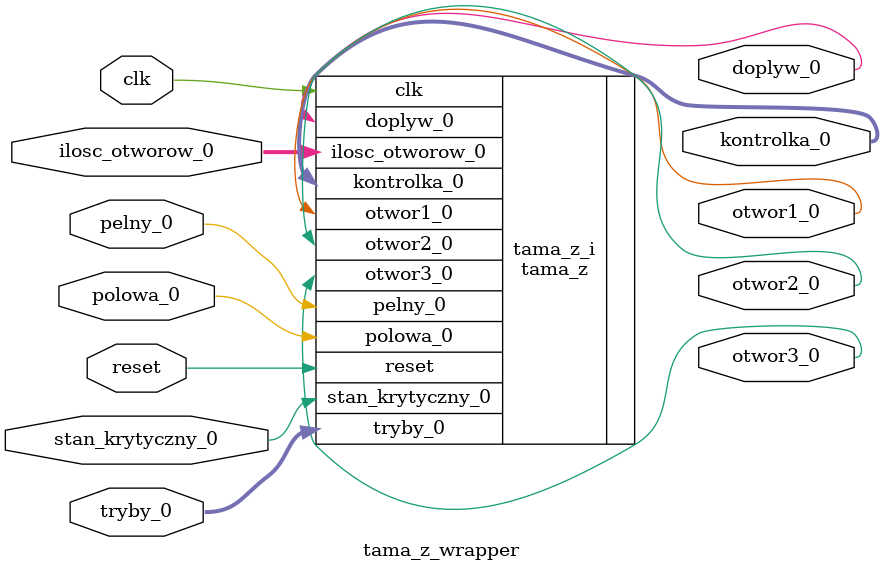
<source format=v>
`timescale 1 ps / 1 ps

module tama_z_wrapper
   (clk,
    doplyw_0,
    ilosc_otworow_0,
    kontrolka_0,
    otwor1_0,
    otwor2_0,
    otwor3_0,
    pelny_0,
    polowa_0,
    reset,
    stan_krytyczny_0,
    tryby_0);
  input clk;
  output doplyw_0;
  input [1:0]ilosc_otworow_0;
  output [2:0]kontrolka_0;
  output otwor1_0;
  output otwor2_0;
  output otwor3_0;
  input pelny_0;
  input polowa_0;
  input reset;
  input stan_krytyczny_0;
  input [1:0]tryby_0;

  wire clk;
  wire doplyw_0;
  wire [1:0]ilosc_otworow_0;
  wire [2:0]kontrolka_0;
  wire otwor1_0;
  wire otwor2_0;
  wire otwor3_0;
  wire pelny_0;
  wire polowa_0;
  wire reset;
  wire stan_krytyczny_0;
  wire [1:0]tryby_0;

  tama_z tama_z_i
       (.clk(clk),
        .doplyw_0(doplyw_0),
        .ilosc_otworow_0(ilosc_otworow_0),
        .kontrolka_0(kontrolka_0),
        .otwor1_0(otwor1_0),
        .otwor2_0(otwor2_0),
        .otwor3_0(otwor3_0),
        .pelny_0(pelny_0),
        .polowa_0(polowa_0),
        .reset(reset),
        .stan_krytyczny_0(stan_krytyczny_0),
        .tryby_0(tryby_0));
endmodule

</source>
